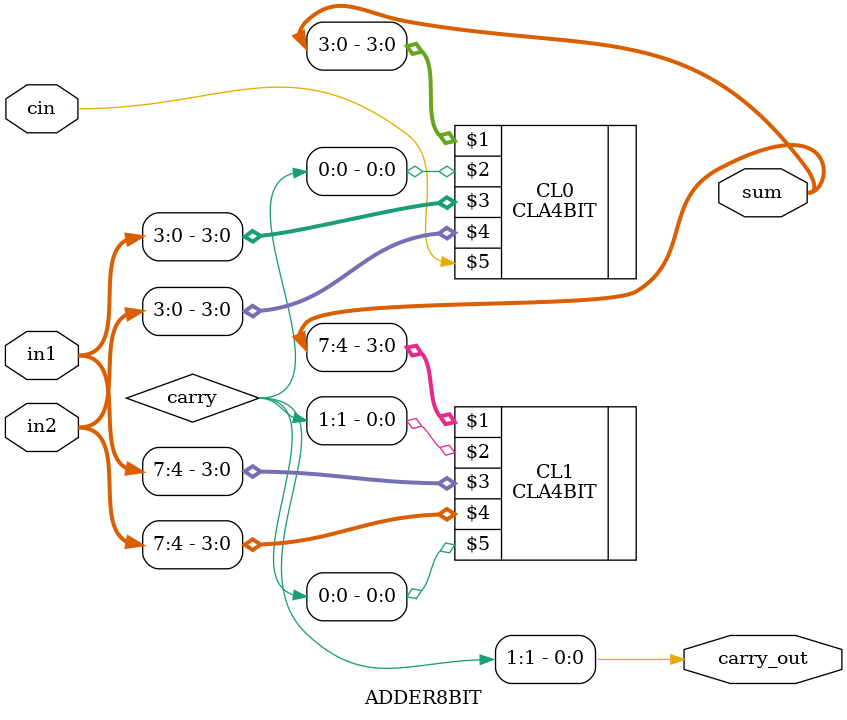
<source format=v>
`timescale 1ns / 1ps


module ADDER8BIT(sum,carry_out,in1,in2,cin);
    input [7:0] in1,in2;
    input cin;
    output [7:0] sum;
    output carry_out;
    
	wire[1:0] carry;
	
	CLA4BIT CL0(sum[3:0],carry[0],in1[3:0],in2[3:0],cin);
	CLA4BIT CL1(sum[7:4],carry[1],in1[7:4],in2[7:4],carry[0]);
	
	assign carry_out = carry[1];
endmodule

</source>
